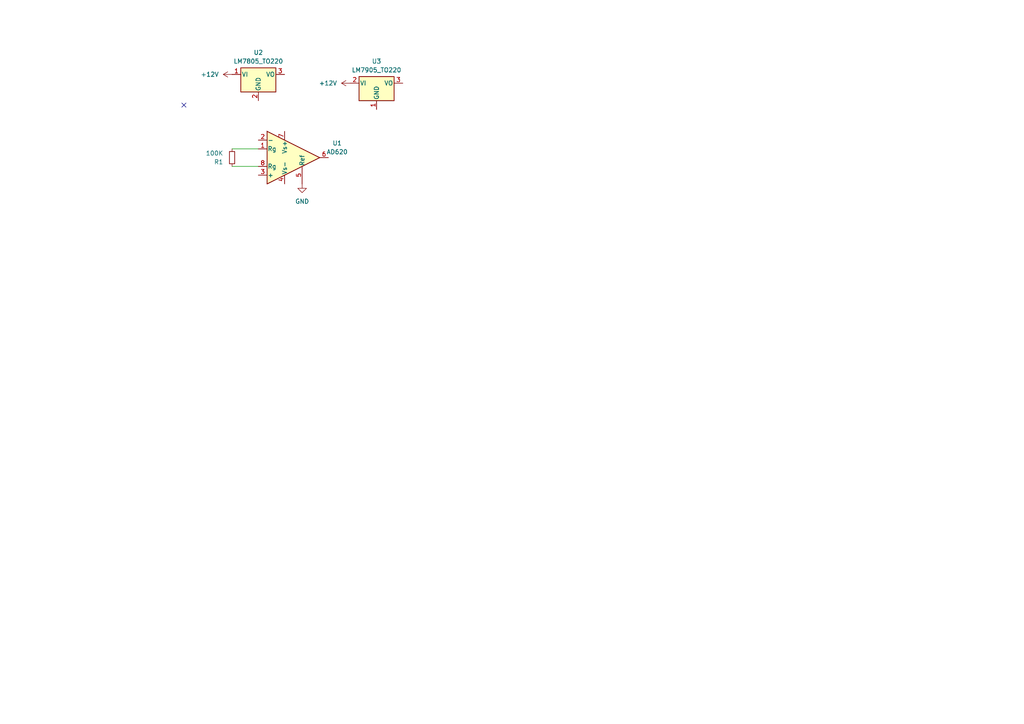
<source format=kicad_sch>
(kicad_sch (version 20230121) (generator eeschema)
  (paper "A4")
  (lib_symbols
    (symbol "Amplifier_Instrumentation:AD620" (pin_names (offset 0.127))
      (property "Reference" "U" (at 3.81 7.62 0))
      (property "Value" "AD620" (at 5.08 5.08 0))
      (symbol "AD620_0_1"
        (polyline (pts (xy -7.62 7.62) (xy -7.62 -7.62) (xy 7.62 0) (xy -7.62 7.62)) (stroke (width 0.254)) (fill (type background)))
      )
      (symbol "AD620_1_1"
        (pin passive line (at -10.16 2.54 0) (length 2.54) (name "Rg") (number "1"))
        (pin input line (at -10.16 5.08 0) (length 2.54) (name "-") (number "2"))
        (pin input line (at -10.16 -5.08 0) (length 2.54) (name "+") (number "3"))
        (pin power_in line (at -2.54 -7.62 90) (length 2.54) (name "Vs-") (number "4"))
        (pin passive line (at 2.54 -7.62 90) (length 5.08) (name "Ref") (number "5"))
        (pin output line (at 10.16 0 180) (length 2.54) (name "~") (number "6"))
        (pin power_in line (at -2.54 7.62 270) (length 2.54) (name "Vs+") (number "7"))
        (pin passive line (at -10.16 -2.54 0) (length 2.54) (name "Rg") (number "8"))
      )
    )
    (symbol "Device:R_Small" (pin_numbers hide) (pin_names (offset 0.254) hide)
      (property "Reference" "R" (at 0.762 0.508 0))
      (property "Value" "R_Small" (at 0.762 -1.016 0))
      (symbol "R_Small_0_1"
        (rectangle (start -0.762 1.778) (end 0.762 -1.778) (stroke (width 0.2032)))
      )
      (symbol "R_Small_1_1"
        (pin passive line (at 0 2.54 270) (length 0.762) (name "~") (number "1"))
        (pin passive line (at 0 -2.54 90) (length 0.762) (name "~") (number "2"))
      )
    )
    (symbol "Regulator_Linear:LM7805_TO220" (pin_names (offset 0.254))
      (property "Reference" "U" (at -3.81 3.175 0))
      (property "Value" "LM7805_TO220" (at 0 3.175 0))
      (symbol "LM7805_TO220_0_1"
        (rectangle (start -5.08 1.905) (end 5.08 -5.08) (stroke (width 0.254)) (fill (type background)))
      )
      (symbol "LM7805_TO220_1_1"
        (pin power_in line (at -7.62 0 0) (length 2.54) (name "VI") (number "1"))
        (pin power_in line (at 0 -7.62 90) (length 2.54) (name "GND") (number "2"))
        (pin power_out line (at 7.62 0 180) (length 2.54) (name "VO") (number "3"))
      )
    )
    (symbol "Regulator_Linear:LM7905_TO220" (pin_names (offset 0.254))
      (property "Reference" "U" (at -3.81 -3.175 0))
      (property "Value" "LM7905_TO220" (at 0 -3.175 0))
      (symbol "LM7905_TO220_0_1"
        (rectangle (start -5.08 5.08) (end 5.08 -1.905) (stroke (width 0.254)) (fill (type background)))
      )
      (symbol "LM7905_TO220_1_1"
        (pin power_in line (at 0 7.62 270) (length 2.54) (name "GND") (number "1"))
        (pin power_in line (at -7.62 0 0) (length 2.54) (name "VI") (number "2"))
        (pin power_out line (at 7.62 0 180) (length 2.54) (name "VO") (number "3"))
      )
    )
    (symbol "power:+12V" (power) (pin_names (offset 0))
      (property "Value" "+12V" (at 0 3.556 0))
      (symbol "+12V_0_1"
        (polyline (pts (xy -0.762 1.27) (xy 0 2.54)))
        (polyline (pts (xy 0 0) (xy 0 2.54)))
        (polyline (pts (xy 0 2.54) (xy 0.762 1.27)))
      )
      (symbol "+12V_1_1"
        (pin power_in line (at 0 0 90) (length 0) hide (name "+12V") (number "1"))
      )
    )
    (symbol "power:GND" (power) (pin_names (offset 0))
      (property "Value" "GND" (at 0 -3.81 0))
      (symbol "GND_0_1"
        (polyline (pts (xy 0 0) (xy 0 -1.27) (xy 1.27 -1.27) (xy 0 -2.54) (xy -1.27 -1.27) (xy 0 -1.27)))
      )
      (symbol "GND_1_1"
        (pin power_in line (at 0 0 270) (length 0) hide (name "GND") (number "1"))
      )
    )
  )
  (no_connect (at 53.34 30.48))
  (wire (pts (xy 67.31 48.26) (xy 74.93 48.26)))
  (wire (pts (xy 67.31 43.18) (xy 74.93 43.18)))
  (symbol (lib_id "Regulator_Linear:LM7905_TO220") (at 109.22 24.13 0) (mirror x) (unit 1)
    (property "Reference" "U3" (at 109.22 17.78 0))
    (property "Value" "LM7905_TO220" (at 109.22 20.32 0))
    (property "Footprint" "Package_TO_SOT_THT:TO-220-3_Vertical" (effects hide))
    (property "Datasheet" "https://www.onsemi.com/pub/Collateral/MC7900-D.PDF" (effects hide))
  )
  (symbol (lib_id "power:+12V") (at 67.31 21.59 90) (unit 1)
    (property "Reference" "#PWR02" (effects hide))
    (property "Value" "+12V" (at 63.5 21.59 90) (effects (justify left)))
  )
  (symbol (lib_id "Regulator_Linear:LM7805_TO220") (at 74.93 21.59 0) (unit 1)
    (property "Reference" "U2" (at 74.93 15.24 0))
    (property "Value" "LM7805_TO220" (at 74.93 17.78 0))
    (property "Footprint" "Package_TO_SOT_THT:TO-220-3_Vertical" (effects hide))
    (property "Datasheet" "https://www.onsemi.cn/PowerSolutions/document/MC7800-D.PDF" (effects hide))
  )
  (symbol (lib_id "Device:R_Small") (at 67.31 45.72 180) (unit 1)
    (property "Reference" "R1" (at 64.77 46.99 0) (effects (justify left)))
    (property "Value" "100K" (at 64.77 44.45 0) (effects (justify left)))
  )
  (symbol (lib_id "Amplifier_Instrumentation:AD620") (at 85.09 45.72 0) (unit 1)
    (property "Reference" "U1" (at 97.79 41.5291 0))
    (property "Value" "AD620" (at 97.79 44.0691 0))
    (property "Datasheet" "https://www.analog.com/media/en/technical-documentation/data-sheets/AD620.pdf" (effects hide))
  )
  (symbol (lib_id "power:GND") (at 87.63 53.34 0) (unit 1)
    (property "Reference" "#PWR01" (effects hide))
    (property "Value" "GND" (at 87.63 58.42 0))
  )
  (symbol (lib_id "power:+12V") (at 101.6 24.13 90) (unit 1)
    (property "Reference" "#PWR03" (effects hide))
    (property "Value" "+12V" (at 97.79 24.13 90) (effects (justify left)))
  )
)
</source>
